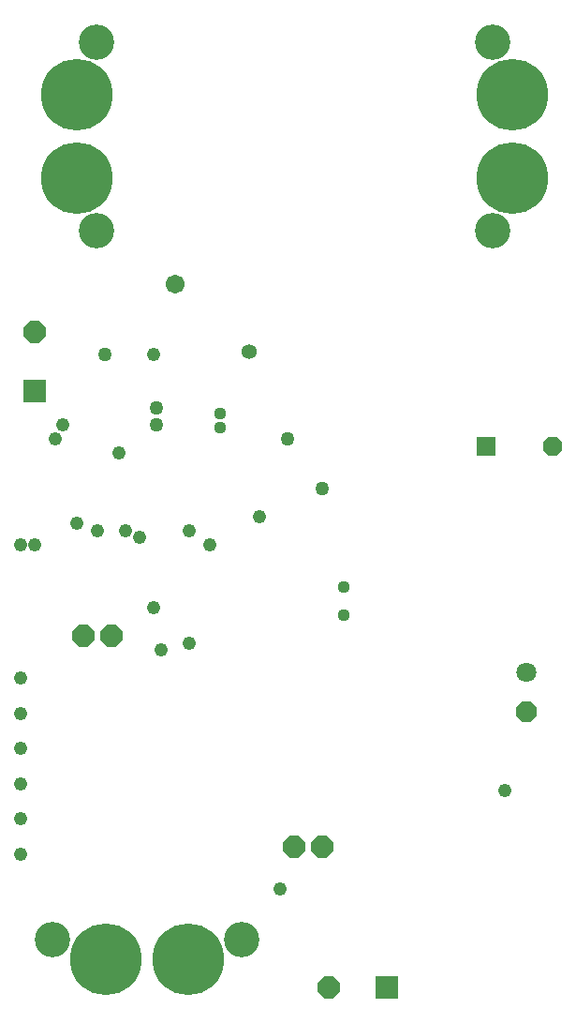
<source format=gbs>
G75*
%MOIN*%
%OFA0B0*%
%FSLAX25Y25*%
%IPPOS*%
%LPD*%
%AMOC8*
5,1,8,0,0,1.08239X$1,22.5*
%
%ADD10C,0.12600*%
%ADD11C,0.25469*%
%ADD12R,0.07887X0.07887*%
%ADD13OC8,0.07887*%
%ADD14OC8,0.07100*%
%ADD15C,0.07100*%
%ADD16R,0.06737X0.06737*%
%ADD17OC8,0.06737*%
%ADD18C,0.04375*%
%ADD19C,0.04369*%
%ADD20C,0.04959*%
%ADD21C,0.05353*%
%ADD22C,0.06706*%
%ADD23C,0.04762*%
D10*
X0059400Y0070100D03*
X0126600Y0070100D03*
X0075100Y0321900D03*
X0075100Y0389100D03*
X0215900Y0389100D03*
X0215900Y0321900D03*
D11*
X0223000Y0340750D03*
X0223000Y0370250D03*
X0068000Y0370250D03*
X0068000Y0340750D03*
X0078250Y0063000D03*
X0107750Y0063000D03*
D12*
X0178433Y0053000D03*
X0053000Y0265067D03*
D13*
X0053000Y0285933D03*
X0070500Y0178000D03*
X0080500Y0178000D03*
X0145500Y0103000D03*
X0155500Y0103000D03*
X0157567Y0053000D03*
D14*
X0228000Y0151000D03*
D15*
X0228000Y0165000D03*
D16*
X0213689Y0245500D03*
D17*
X0237311Y0245500D03*
D18*
X0163000Y0195500D03*
X0163000Y0185500D03*
D19*
X0119000Y0252000D03*
X0119000Y0257000D03*
D20*
X0096500Y0259000D03*
X0096500Y0253000D03*
X0078000Y0278000D03*
X0143000Y0248000D03*
X0155500Y0230500D03*
D21*
X0129500Y0279000D03*
D22*
X0103000Y0303000D03*
D23*
X0095500Y0278000D03*
X0083000Y0243000D03*
X0068000Y0218000D03*
X0075500Y0215500D03*
X0085500Y0215500D03*
X0090500Y0213000D03*
X0095500Y0188000D03*
X0098000Y0173000D03*
X0108000Y0175500D03*
X0115500Y0210500D03*
X0108000Y0215500D03*
X0133000Y0220500D03*
X0063000Y0253000D03*
X0060500Y0248000D03*
X0053000Y0210500D03*
X0048000Y0210500D03*
X0048000Y0163000D03*
X0048000Y0150500D03*
X0048000Y0138000D03*
X0048000Y0125500D03*
X0048000Y0113000D03*
X0048000Y0100500D03*
X0140500Y0088000D03*
X0220500Y0123000D03*
M02*

</source>
